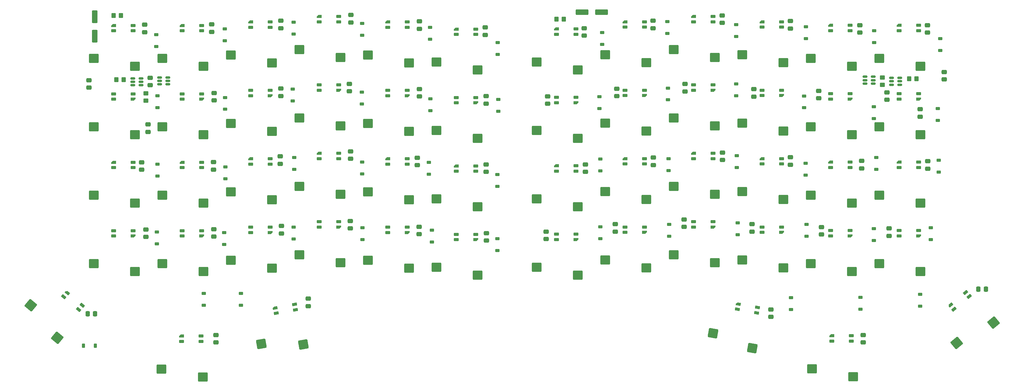
<source format=gbr>
%TF.GenerationSoftware,KiCad,Pcbnew,9.0.0*%
%TF.CreationDate,2026-01-24T15:45:23+11:00*%
%TF.ProjectId,Split Keyboard,53706c69-7420-44b6-9579-626f6172642e,rev?*%
%TF.SameCoordinates,Original*%
%TF.FileFunction,Paste,Bot*%
%TF.FilePolarity,Positive*%
%FSLAX46Y46*%
G04 Gerber Fmt 4.6, Leading zero omitted, Abs format (unit mm)*
G04 Created by KiCad (PCBNEW 9.0.0) date 2026-01-24 15:45:23*
%MOMM*%
%LPD*%
G01*
G04 APERTURE LIST*
G04 Aperture macros list*
%AMRoundRect*
0 Rectangle with rounded corners*
0 $1 Rounding radius*
0 $2 $3 $4 $5 $6 $7 $8 $9 X,Y pos of 4 corners*
0 Add a 4 corners polygon primitive as box body*
4,1,4,$2,$3,$4,$5,$6,$7,$8,$9,$2,$3,0*
0 Add four circle primitives for the rounded corners*
1,1,$1+$1,$2,$3*
1,1,$1+$1,$4,$5*
1,1,$1+$1,$6,$7*
1,1,$1+$1,$8,$9*
0 Add four rect primitives between the rounded corners*
20,1,$1+$1,$2,$3,$4,$5,0*
20,1,$1+$1,$4,$5,$6,$7,0*
20,1,$1+$1,$6,$7,$8,$9,0*
20,1,$1+$1,$8,$9,$2,$3,0*%
%AMFreePoly0*
4,1,18,-0.410000,0.593000,-0.403758,0.624380,-0.385983,0.650983,-0.359380,0.668758,-0.328000,0.675000,0.328000,0.675000,0.359380,0.668758,0.385983,0.650983,0.403758,0.624380,0.410000,0.593000,0.410000,-0.593000,0.403758,-0.624380,0.385983,-0.650983,0.359380,-0.668758,0.328000,-0.675000,0.000000,-0.675000,-0.410000,-0.265000,-0.410000,0.593000,-0.410000,0.593000,$1*%
G04 Aperture macros list end*
%ADD10RoundRect,0.250000X-0.475000X0.337500X-0.475000X-0.337500X0.475000X-0.337500X0.475000X0.337500X0*%
%ADD11RoundRect,0.260000X1.065000X1.040000X-1.065000X1.040000X-1.065000X-1.040000X1.065000X-1.040000X0*%
%ADD12RoundRect,0.150000X-0.512500X-0.150000X0.512500X-0.150000X0.512500X0.150000X-0.512500X0.150000X0*%
%ADD13RoundRect,0.082000X-0.593000X0.328000X-0.593000X-0.328000X0.593000X-0.328000X0.593000X0.328000X0*%
%ADD14FreePoly0,270.000000*%
%ADD15RoundRect,0.225000X-0.375000X0.225000X-0.375000X-0.225000X0.375000X-0.225000X0.375000X0.225000X0*%
%ADD16RoundRect,0.260000X0.868226X1.209135X-1.229414X0.839265X-0.868226X-1.209135X1.229414X-0.839265X0*%
%ADD17RoundRect,0.250000X0.475000X-0.337500X0.475000X0.337500X-0.475000X0.337500X-0.475000X-0.337500X0*%
%ADD18RoundRect,0.250000X0.337500X0.475000X-0.337500X0.475000X-0.337500X-0.475000X0.337500X-0.475000X0*%
%ADD19RoundRect,0.250000X0.450000X-0.350000X0.450000X0.350000X-0.450000X0.350000X-0.450000X-0.350000X0*%
%ADD20RoundRect,0.082000X0.593000X-0.328000X0.593000X0.328000X-0.593000X0.328000X-0.593000X-0.328000X0*%
%ADD21FreePoly0,90.000000*%
%ADD22RoundRect,0.225000X0.225000X0.375000X-0.225000X0.375000X-0.225000X-0.375000X0.225000X-0.375000X0*%
%ADD23RoundRect,0.260000X1.484336X0.112117X-0.147338X1.481255X-1.484336X-0.112117X0.147338X-1.481255X0*%
%ADD24RoundRect,0.082000X-0.527034X0.425990X-0.640948X-0.220044X0.527034X-0.425990X0.640948X0.220044X0*%
%ADD25FreePoly0,260.000000*%
%ADD26RoundRect,0.250000X0.550000X-1.500000X0.550000X1.500000X-0.550000X1.500000X-0.550000X-1.500000X0*%
%ADD27RoundRect,0.260000X1.229414X0.839265X-0.868226X1.209135X-1.229414X-0.839265X0.868226X-1.209135X0*%
%ADD28RoundRect,0.250000X0.350000X0.450000X-0.350000X0.450000X-0.350000X-0.450000X0.350000X-0.450000X0*%
%ADD29RoundRect,0.082000X-0.640948X0.220044X-0.527034X-0.425990X0.640948X-0.220044X0.527034X0.425990X0*%
%ADD30FreePoly0,280.000000*%
%ADD31RoundRect,0.260000X0.147338X1.481255X-1.484336X0.112117X-0.147338X-1.481255X1.484336X-0.112117X0*%
%ADD32RoundRect,0.250000X-0.350000X-0.450000X0.350000X-0.450000X0.350000X0.450000X-0.350000X0.450000X0*%
%ADD33RoundRect,0.082000X-0.243430X0.632436X-0.665099X0.129910X0.243430X-0.632436X0.665099X-0.129910X0*%
%ADD34FreePoly0,230.000000*%
%ADD35RoundRect,0.082000X-0.665099X-0.129910X-0.243430X-0.632436X0.665099X0.129910X0.243430X0.632436X0*%
%ADD36FreePoly0,310.000000*%
%ADD37RoundRect,0.250000X-1.500000X-0.550000X1.500000X-0.550000X1.500000X0.550000X-1.500000X0.550000X0*%
%ADD38RoundRect,0.150000X0.512500X0.150000X-0.512500X0.150000X-0.512500X-0.150000X0.512500X-0.150000X0*%
G04 APERTURE END LIST*
D10*
%TO.C,C30*%
X211570000Y-65850000D03*
X211570000Y-67925000D03*
%TD*%
D11*
%TO.C,SW31*%
X94092218Y-94400000D03*
X105582218Y-96600000D03*
%TD*%
D12*
%TO.C,U6*%
X270407500Y-45225000D03*
X270407500Y-44275000D03*
X270407500Y-43325000D03*
X272682500Y-43325000D03*
X272682500Y-44275000D03*
X272682500Y-45225000D03*
%TD*%
D13*
%TO.C,LED26*%
X86012218Y-68650000D03*
X86012218Y-67150000D03*
X80562218Y-68650000D03*
D14*
X80562218Y-67150000D03*
%TD*%
D15*
%TO.C,D8*%
X253945000Y-29450000D03*
X253945000Y-32750000D03*
%TD*%
D13*
%TO.C,LED3*%
X86012218Y-30550000D03*
X86012218Y-29050000D03*
X80562218Y-30550000D03*
D14*
X80562218Y-29050000D03*
%TD*%
D10*
%TO.C,C36*%
X89270000Y-67130000D03*
X89270000Y-69205000D03*
%TD*%
D15*
%TO.C,D12*%
X291320000Y-32675000D03*
X291320000Y-35975000D03*
%TD*%
D10*
%TO.C,C28*%
X249670000Y-65750000D03*
X249670000Y-67825000D03*
%TD*%
D11*
%TO.C,SW3*%
X132192218Y-37250000D03*
X143682218Y-39450000D03*
%TD*%
%TO.C,SW35*%
X55992218Y-95400000D03*
X67482218Y-97600000D03*
%TD*%
D10*
%TO.C,C42*%
X287870000Y-66850000D03*
X287870000Y-68925000D03*
%TD*%
%TO.C,C39*%
X269870000Y-115250000D03*
X269870000Y-117325000D03*
%TD*%
%TO.C,C61*%
X127460000Y-26142500D03*
X127460000Y-28217500D03*
%TD*%
%TO.C,C66*%
X230770000Y-64450000D03*
X230770000Y-66525000D03*
%TD*%
D15*
%TO.C,D21*%
X234620000Y-45300000D03*
X234620000Y-48600000D03*
%TD*%
D11*
%TO.C,SW45*%
X255300000Y-95375000D03*
X266790000Y-97575000D03*
%TD*%
D16*
%TO.C,SW53*%
X102614999Y-117679823D03*
X114312465Y-117851182D03*
%TD*%
D10*
%TO.C,C56*%
X269470000Y-66775000D03*
X269470000Y-68850000D03*
%TD*%
D11*
%TO.C,SW19*%
X179100000Y-58275000D03*
X190590000Y-60475000D03*
%TD*%
D10*
%TO.C,C25*%
X146550000Y-46745000D03*
X146550000Y-48820000D03*
%TD*%
D15*
%TO.C,D27*%
X150000000Y-86050000D03*
X150000000Y-89350000D03*
%TD*%
D17*
%TO.C,C41*%
X200970000Y-86450000D03*
X200970000Y-84375000D03*
%TD*%
%TO.C,C11*%
X146460000Y-87195000D03*
X146460000Y-85120000D03*
%TD*%
D11*
%TO.C,SW34*%
X75042218Y-76350000D03*
X86532218Y-78550000D03*
%TD*%
D15*
%TO.C,D19*%
X196570000Y-48900000D03*
X196570000Y-52200000D03*
%TD*%
D18*
%TO.C,C53*%
X304007500Y-102450000D03*
X301932500Y-102450000D03*
%TD*%
D15*
%TO.C,D52*%
X269170000Y-104800000D03*
X269170000Y-108100000D03*
%TD*%
D11*
%TO.C,SW12*%
X274350000Y-38225000D03*
X285840000Y-40425000D03*
%TD*%
D19*
%TO.C,R8*%
X275270000Y-45575000D03*
X275270000Y-43575000D03*
%TD*%
D11*
%TO.C,SW27*%
X132192218Y-94400000D03*
X143682218Y-96600000D03*
%TD*%
%TO.C,SW47*%
X274350000Y-95375000D03*
X285840000Y-97575000D03*
%TD*%
%TO.C,SW32*%
X94092218Y-75350000D03*
X105582218Y-77550000D03*
%TD*%
D20*
%TO.C,LED45*%
X222720000Y-83675000D03*
X222720000Y-85175000D03*
X228170000Y-83675000D03*
D21*
X228170000Y-85175000D03*
%TD*%
D20*
%TO.C,LED40*%
X118662218Y-83700000D03*
X118662218Y-85200000D03*
X124112218Y-83700000D03*
D21*
X124112218Y-85200000D03*
%TD*%
D15*
%TO.C,D23*%
X272820000Y-51700000D03*
X272820000Y-55000000D03*
%TD*%
%TO.C,D34*%
X92600000Y-68450000D03*
X92600000Y-71750000D03*
%TD*%
D10*
%TO.C,C49*%
X164840000Y-29615000D03*
X164840000Y-31690000D03*
%TD*%
D13*
%TO.C,LED9*%
X143162218Y-29550000D03*
X143162218Y-28050000D03*
X137712218Y-29550000D03*
D14*
X137712218Y-28050000D03*
%TD*%
D22*
%TO.C,D49*%
X56450000Y-118200000D03*
X53150000Y-118200000D03*
%TD*%
D20*
%TO.C,LED20*%
X203670000Y-47075000D03*
X203670000Y-48575000D03*
X209120000Y-47075000D03*
D21*
X209120000Y-48575000D03*
%TD*%
D20*
%TO.C,LED47*%
X260820000Y-86175000D03*
X260820000Y-87675000D03*
X266270000Y-86175000D03*
D21*
X266270000Y-87675000D03*
%TD*%
D11*
%TO.C,SW9*%
X75042218Y-38250000D03*
X86532218Y-40450000D03*
%TD*%
D10*
%TO.C,C51*%
X192670000Y-67750000D03*
X192670000Y-69825000D03*
%TD*%
D13*
%TO.C,LED1*%
X66962218Y-30550000D03*
X66962218Y-29050000D03*
X61512218Y-30550000D03*
D14*
X61512218Y-29050000D03*
%TD*%
D23*
%TO.C,SW49*%
X38473510Y-106972881D03*
X45861229Y-116043810D03*
%TD*%
D13*
%TO.C,LED36*%
X285320000Y-68625000D03*
X285320000Y-67125000D03*
X279870000Y-68625000D03*
D14*
X279870000Y-67125000D03*
%TD*%
D11*
%TO.C,SW17*%
X75042218Y-57300000D03*
X86532218Y-59500000D03*
%TD*%
D13*
%TO.C,LED7*%
X124112218Y-28050000D03*
X124112218Y-26550000D03*
X118662218Y-28050000D03*
D14*
X118662218Y-26550000D03*
%TD*%
D12*
%TO.C,U4*%
X277795000Y-45550000D03*
X277795000Y-44600000D03*
X277795000Y-43650000D03*
X280070000Y-43650000D03*
X280070000Y-44600000D03*
X280070000Y-45550000D03*
%TD*%
D15*
%TO.C,D42*%
X234720000Y-65350000D03*
X234720000Y-68650000D03*
%TD*%
D13*
%TO.C,LED32*%
X209120000Y-67625000D03*
X209120000Y-66125000D03*
X203670000Y-67625000D03*
D14*
X203670000Y-66125000D03*
%TD*%
D10*
%TO.C,C38*%
X127380000Y-64115000D03*
X127380000Y-66190000D03*
%TD*%
D15*
%TO.C,D30*%
X130600000Y-67050000D03*
X130600000Y-70350000D03*
%TD*%
%TO.C,D14*%
X149600000Y-49450000D03*
X149600000Y-52750000D03*
%TD*%
%TO.C,D26*%
X168200000Y-70550000D03*
X168200000Y-73850000D03*
%TD*%
D24*
%TO.C,LED58*%
X240276730Y-109048594D03*
X240537202Y-107571382D03*
X234909528Y-108102212D03*
D25*
X235170000Y-106625000D03*
%TD*%
D17*
%TO.C,C27*%
X181770000Y-88550000D03*
X181770000Y-86475000D03*
%TD*%
D11*
%TO.C,SW29*%
X113142218Y-92900000D03*
X124632218Y-95100000D03*
%TD*%
D13*
%TO.C,LED25*%
X66962218Y-68650000D03*
X66962218Y-67150000D03*
X61512218Y-68650000D03*
D14*
X61512218Y-67150000D03*
%TD*%
D11*
%TO.C,SW44*%
X236250000Y-75325000D03*
X247740000Y-77525000D03*
%TD*%
D26*
%TO.C,C57*%
X56320000Y-32050000D03*
X56320000Y-26650000D03*
%TD*%
D10*
%TO.C,C2*%
X276495000Y-47675000D03*
X276495000Y-49750000D03*
%TD*%
%TO.C,C32*%
X230670000Y-26250000D03*
X230670000Y-28325000D03*
%TD*%
D13*
%TO.C,LED11*%
X162212218Y-31550000D03*
X162212218Y-30050000D03*
X156762218Y-31550000D03*
D14*
X156762218Y-30050000D03*
%TD*%
D27*
%TO.C,SW54*%
X228135290Y-114729760D03*
X239068706Y-118891552D03*
%TD*%
D11*
%TO.C,SW14*%
X132192218Y-56300000D03*
X143682218Y-58500000D03*
%TD*%
D20*
%TO.C,LED44*%
X203670000Y-85175000D03*
X203670000Y-86675000D03*
X209120000Y-85175000D03*
D21*
X209120000Y-86675000D03*
%TD*%
D11*
%TO.C,SW4*%
X198150000Y-37225000D03*
X209640000Y-39425000D03*
%TD*%
D17*
%TO.C,C15*%
X165140000Y-88957500D03*
X165140000Y-86882500D03*
%TD*%
D11*
%TO.C,SW1*%
X151242218Y-39250000D03*
X162732218Y-41450000D03*
%TD*%
D15*
%TO.C,D44*%
X253895000Y-67400000D03*
X253895000Y-70700000D03*
%TD*%
D10*
%TO.C,C9*%
X70200000Y-28852500D03*
X70200000Y-30927500D03*
%TD*%
D15*
%TO.C,D15*%
X130500000Y-47650000D03*
X130500000Y-50950000D03*
%TD*%
D11*
%TO.C,SW18*%
X55992218Y-57300000D03*
X67482218Y-59500000D03*
%TD*%
D17*
%TO.C,C22*%
X89480000Y-49940000D03*
X89480000Y-47865000D03*
%TD*%
%TO.C,C67*%
X239470000Y-48850000D03*
X239470000Y-46775000D03*
%TD*%
D15*
%TO.C,D22*%
X253495000Y-48675000D03*
X253495000Y-51975000D03*
%TD*%
D20*
%TO.C,LED48*%
X279870000Y-86175000D03*
X279870000Y-87675000D03*
X285320000Y-86175000D03*
D21*
X285320000Y-87675000D03*
%TD*%
D11*
%TO.C,SW13*%
X151242218Y-58300000D03*
X162732218Y-60500000D03*
%TD*%
D28*
%TO.C,R6*%
X284695000Y-43875000D03*
X282695000Y-43875000D03*
%TD*%
D11*
%TO.C,SW26*%
X151242218Y-77350000D03*
X162732218Y-79550000D03*
%TD*%
D15*
%TO.C,D51*%
X86600000Y-103700000D03*
X86600000Y-107000000D03*
%TD*%
%TO.C,D39*%
X215995000Y-84475000D03*
X215995000Y-87775000D03*
%TD*%
D13*
%TO.C,LED28*%
X124112218Y-66150000D03*
X124112218Y-64650000D03*
X118662218Y-66150000D03*
D14*
X118662218Y-64650000D03*
%TD*%
D10*
%TO.C,C68*%
X192370000Y-29812500D03*
X192370000Y-31887500D03*
%TD*%
%TO.C,C60*%
X107990000Y-27752500D03*
X107990000Y-29827500D03*
%TD*%
D15*
%TO.C,D37*%
X196795000Y-85100000D03*
X196795000Y-88400000D03*
%TD*%
%TO.C,D33*%
X92300000Y-86750000D03*
X92300000Y-90050000D03*
%TD*%
D17*
%TO.C,C20*%
X258270000Y-87250000D03*
X258270000Y-85175000D03*
%TD*%
D29*
%TO.C,LED54*%
X112073837Y-108225415D03*
X111813365Y-106748203D03*
X106706635Y-109171797D03*
D30*
X106446163Y-107694585D03*
%TD*%
D15*
%TO.C,D24*%
X290670000Y-52200000D03*
X290670000Y-55500000D03*
%TD*%
D11*
%TO.C,SW43*%
X236250000Y-94375000D03*
X247740000Y-96575000D03*
%TD*%
D10*
%TO.C,C52*%
X211470000Y-27750000D03*
X211470000Y-29825000D03*
%TD*%
D15*
%TO.C,D50*%
X285770000Y-103900000D03*
X285770000Y-107200000D03*
%TD*%
%TO.C,D31*%
X111600000Y-85250000D03*
X111600000Y-88550000D03*
%TD*%
D10*
%TO.C,C3*%
X54670000Y-44292500D03*
X54670000Y-46367500D03*
%TD*%
D15*
%TO.C,D54*%
X249870000Y-104825000D03*
X249870000Y-108125000D03*
%TD*%
D31*
%TO.C,SW50*%
X295884186Y-117485846D03*
X306100169Y-111785514D03*
%TD*%
D13*
%TO.C,LED6*%
X228170000Y-28025000D03*
X228170000Y-26525000D03*
X222720000Y-28025000D03*
D14*
X222720000Y-26525000D03*
%TD*%
D28*
%TO.C,R14*%
X186670000Y-27275000D03*
X184670000Y-27275000D03*
%TD*%
D13*
%TO.C,LED33*%
X228170000Y-66125000D03*
X228170000Y-64625000D03*
X222720000Y-66125000D03*
D14*
X222720000Y-64625000D03*
%TD*%
D10*
%TO.C,C23*%
X69350000Y-67160000D03*
X69350000Y-69235000D03*
%TD*%
D11*
%TO.C,SW41*%
X217200000Y-92875000D03*
X228690000Y-95075000D03*
%TD*%
D15*
%TO.C,D53*%
X96900000Y-103700000D03*
X96900000Y-107000000D03*
%TD*%
D20*
%TO.C,LED43*%
X184620000Y-87175000D03*
X184620000Y-88675000D03*
X190070000Y-87175000D03*
D21*
X190070000Y-88675000D03*
%TD*%
D11*
%TO.C,SW25*%
X151242218Y-96400000D03*
X162732218Y-98600000D03*
%TD*%
D15*
%TO.C,D40*%
X215820000Y-66150000D03*
X215820000Y-69450000D03*
%TD*%
D11*
%TO.C,SW36*%
X55992218Y-76350000D03*
X67482218Y-78550000D03*
%TD*%
D17*
%TO.C,C29*%
X257570000Y-49350000D03*
X257570000Y-47275000D03*
%TD*%
D18*
%TO.C,C34*%
X56370000Y-109350000D03*
X54295000Y-109350000D03*
%TD*%
D20*
%TO.C,LED21*%
X222720000Y-45575000D03*
X222720000Y-47075000D03*
X228170000Y-45575000D03*
D21*
X228170000Y-47075000D03*
%TD*%
D15*
%TO.C,D35*%
X73530000Y-86570000D03*
X73530000Y-89870000D03*
%TD*%
%TO.C,D43*%
X254145000Y-84450000D03*
X254145000Y-87750000D03*
%TD*%
D17*
%TO.C,C55*%
X220070000Y-85150000D03*
X220070000Y-83075000D03*
%TD*%
D11*
%TO.C,SW42*%
X217200000Y-73825000D03*
X228690000Y-76025000D03*
%TD*%
%TO.C,SW7*%
X217200000Y-35725000D03*
X228690000Y-37925000D03*
%TD*%
%TO.C,SW52*%
X255644769Y-124663395D03*
X267134768Y-126863395D03*
%TD*%
D10*
%TO.C,C14*%
X268970000Y-28950000D03*
X268970000Y-31025000D03*
%TD*%
D11*
%TO.C,SW37*%
X179100000Y-96375000D03*
X190590000Y-98575000D03*
%TD*%
%TO.C,SW24*%
X274350000Y-57275000D03*
X285840000Y-59475000D03*
%TD*%
%TO.C,SW20*%
X198150000Y-56275000D03*
X209640000Y-58475000D03*
%TD*%
D10*
%TO.C,C16*%
X249670000Y-27812500D03*
X249670000Y-29887500D03*
%TD*%
D15*
%TO.C,D13*%
X168500000Y-49650000D03*
X168500000Y-52950000D03*
%TD*%
D20*
%TO.C,LED46*%
X241770000Y-85175000D03*
X241770000Y-86675000D03*
X247220000Y-85175000D03*
D21*
X247220000Y-86675000D03*
%TD*%
D10*
%TO.C,C33*%
X115610000Y-105115000D03*
X115610000Y-107190000D03*
%TD*%
D15*
%TO.C,D48*%
X290870000Y-66600000D03*
X290870000Y-69900000D03*
%TD*%
D20*
%TO.C,LED37*%
X61512218Y-86200000D03*
X61512218Y-87700000D03*
X66962218Y-86200000D03*
D21*
X66962218Y-87700000D03*
%TD*%
D20*
%TO.C,LED17*%
X137712218Y-47100000D03*
X137712218Y-48600000D03*
X143162218Y-47100000D03*
D21*
X143162218Y-48600000D03*
%TD*%
D15*
%TO.C,D6*%
X111600000Y-28150000D03*
X111600000Y-31450000D03*
%TD*%
D20*
%TO.C,LED24*%
X279870000Y-48075000D03*
X279870000Y-49575000D03*
X285320000Y-48075000D03*
D21*
X285320000Y-49575000D03*
%TD*%
D15*
%TO.C,D47*%
X288670000Y-85400000D03*
X288670000Y-88700000D03*
%TD*%
D17*
%TO.C,C45*%
X108180000Y-86975000D03*
X108180000Y-84900000D03*
%TD*%
D11*
%TO.C,SW11*%
X255300000Y-38225000D03*
X266790000Y-40425000D03*
%TD*%
D20*
%TO.C,LED42*%
X156762218Y-87200000D03*
X156762218Y-88700000D03*
X162212218Y-87200000D03*
D21*
X162212218Y-88700000D03*
%TD*%
D13*
%TO.C,LED2*%
X190070000Y-31525000D03*
X190070000Y-30025000D03*
X184620000Y-31525000D03*
D14*
X184620000Y-30025000D03*
%TD*%
D13*
%TO.C,LED30*%
X162212218Y-69650000D03*
X162212218Y-68150000D03*
X156762218Y-69650000D03*
D14*
X156762218Y-68150000D03*
%TD*%
D15*
%TO.C,D5*%
X130600000Y-28450000D03*
X130600000Y-31750000D03*
%TD*%
D10*
%TO.C,C50*%
X146560000Y-27920000D03*
X146560000Y-29995000D03*
%TD*%
D13*
%TO.C,LED35*%
X266270000Y-68625000D03*
X266270000Y-67125000D03*
X260820000Y-68625000D03*
D14*
X260820000Y-67125000D03*
%TD*%
D13*
%TO.C,LED10*%
X266270000Y-30525000D03*
X266270000Y-29025000D03*
X260820000Y-30525000D03*
D14*
X260820000Y-29025000D03*
%TD*%
D17*
%TO.C,C43*%
X285770000Y-54450000D03*
X285770000Y-52375000D03*
%TD*%
D32*
%TO.C,R5*%
X62300000Y-44170000D03*
X64300000Y-44170000D03*
%TD*%
D15*
%TO.C,D38*%
X196845000Y-66250000D03*
X196845000Y-69550000D03*
%TD*%
D11*
%TO.C,SW6*%
X94092218Y-37250000D03*
X105582218Y-39450000D03*
%TD*%
%TO.C,SW2*%
X179100000Y-39225000D03*
X190590000Y-41425000D03*
%TD*%
D20*
%TO.C,LED39*%
X99612218Y-85240000D03*
X99612218Y-86740000D03*
X105062218Y-85240000D03*
D21*
X105062218Y-86740000D03*
%TD*%
D19*
%TO.C,R7*%
X70510000Y-49970000D03*
X70510000Y-47970000D03*
%TD*%
D13*
%TO.C,LED31*%
X190070000Y-69625000D03*
X190070000Y-68125000D03*
X184620000Y-69625000D03*
D14*
X184620000Y-68125000D03*
%TD*%
D15*
%TO.C,D3*%
X149500000Y-29550000D03*
X149500000Y-32850000D03*
%TD*%
D10*
%TO.C,C24*%
X107830000Y-65490000D03*
X107830000Y-67565000D03*
%TD*%
D11*
%TO.C,SW22*%
X236250000Y-56275000D03*
X247740000Y-58475000D03*
%TD*%
D33*
%TO.C,LED52*%
X51835381Y-108116130D03*
X52799562Y-106967062D03*
X47660438Y-104612938D03*
D34*
X48624619Y-103463870D03*
%TD*%
D15*
%TO.C,D20*%
X215595000Y-46475000D03*
X215595000Y-49775000D03*
%TD*%
D11*
%TO.C,SW51*%
X74855000Y-124750000D03*
X86345000Y-126950000D03*
%TD*%
D13*
%TO.C,LED29*%
X143162218Y-67650000D03*
X143162218Y-66150000D03*
X137712218Y-67650000D03*
D14*
X137712218Y-66150000D03*
%TD*%
D11*
%TO.C,SW30*%
X113142218Y-73850000D03*
X124632218Y-76050000D03*
%TD*%
%TO.C,SW5*%
X113142218Y-35750000D03*
X124632218Y-37950000D03*
%TD*%
D35*
%TO.C,LED60*%
X299334124Y-104545876D03*
X298369943Y-103396808D03*
X295159181Y-108049068D03*
D36*
X294195000Y-106900000D03*
%TD*%
D15*
%TO.C,D2*%
X197320000Y-31000000D03*
X197320000Y-34300000D03*
%TD*%
D11*
%TO.C,SW39*%
X198150000Y-94375000D03*
X209640000Y-96575000D03*
%TD*%
%TO.C,SW40*%
X198150000Y-75325000D03*
X209640000Y-77525000D03*
%TD*%
D20*
%TO.C,LED38*%
X80562218Y-86200000D03*
X80562218Y-87700000D03*
X86012218Y-86200000D03*
D21*
X86012218Y-87700000D03*
%TD*%
D32*
%TO.C,R13*%
X61540000Y-26320000D03*
X63540000Y-26320000D03*
%TD*%
D13*
%TO.C,LED5*%
X105062218Y-29550000D03*
X105062218Y-28050000D03*
X99612218Y-29550000D03*
D14*
X99612218Y-28050000D03*
%TD*%
D10*
%TO.C,C17*%
X89940000Y-115235000D03*
X89940000Y-117310000D03*
%TD*%
D11*
%TO.C,SW8*%
X236250000Y-37225000D03*
X247740000Y-39425000D03*
%TD*%
D17*
%TO.C,C1*%
X71700000Y-45705000D03*
X71700000Y-43630000D03*
%TD*%
%TO.C,C44*%
X220370000Y-47425000D03*
X220370000Y-45350000D03*
%TD*%
D11*
%TO.C,SW28*%
X132192218Y-75350000D03*
X143682218Y-77550000D03*
%TD*%
D15*
%TO.C,D4*%
X215470000Y-28000000D03*
X215470000Y-31300000D03*
%TD*%
D20*
%TO.C,LED23*%
X260820000Y-48075000D03*
X260820000Y-49575000D03*
X266270000Y-48075000D03*
D21*
X266270000Y-49575000D03*
%TD*%
D15*
%TO.C,D9*%
X92400000Y-30000000D03*
X92400000Y-33300000D03*
%TD*%
D13*
%TO.C,LED34*%
X247220000Y-67625000D03*
X247220000Y-66125000D03*
X241770000Y-67625000D03*
D14*
X241770000Y-66125000D03*
%TD*%
D13*
%TO.C,LED8*%
X247220000Y-29525000D03*
X247220000Y-28025000D03*
X241770000Y-29525000D03*
D14*
X241770000Y-28025000D03*
%TD*%
D15*
%TO.C,D36*%
X73760000Y-67692500D03*
X73760000Y-70992500D03*
%TD*%
%TO.C,D7*%
X234620000Y-28850000D03*
X234620000Y-32150000D03*
%TD*%
D20*
%TO.C,LED41*%
X137712218Y-85200000D03*
X137712218Y-86700000D03*
X143162218Y-85200000D03*
D21*
X143162218Y-86700000D03*
%TD*%
D10*
%TO.C,C13*%
X145950000Y-65882500D03*
X145950000Y-67957500D03*
%TD*%
D11*
%TO.C,SW21*%
X217200000Y-54775000D03*
X228690000Y-56975000D03*
%TD*%
D13*
%TO.C,LED4*%
X209120000Y-29525000D03*
X209120000Y-28025000D03*
X203670000Y-29525000D03*
D14*
X203670000Y-28025000D03*
%TD*%
D10*
%TO.C,C26*%
X127290000Y-83500000D03*
X127290000Y-85575000D03*
%TD*%
D17*
%TO.C,C19*%
X71140000Y-58670000D03*
X71140000Y-56595000D03*
%TD*%
D15*
%TO.C,D18*%
X73700000Y-48650000D03*
X73700000Y-51950000D03*
%TD*%
%TO.C,D41*%
X235020000Y-84025000D03*
X235020000Y-87325000D03*
%TD*%
%TO.C,D29*%
X130700000Y-85400000D03*
X130700000Y-88700000D03*
%TD*%
D11*
%TO.C,SW23*%
X255300000Y-57275000D03*
X266790000Y-59475000D03*
%TD*%
D20*
%TO.C,LED15*%
X99612218Y-47100000D03*
X99612218Y-48600000D03*
X105062218Y-47100000D03*
D21*
X105062218Y-48600000D03*
%TD*%
D15*
%TO.C,D10*%
X73400000Y-31600000D03*
X73400000Y-34900000D03*
%TD*%
D17*
%TO.C,C21*%
X70470000Y-87960000D03*
X70470000Y-85885000D03*
%TD*%
%TO.C,C54*%
X238970000Y-86450000D03*
X238970000Y-84375000D03*
%TD*%
D11*
%TO.C,SW46*%
X255300000Y-76325000D03*
X266790000Y-78525000D03*
%TD*%
%TO.C,SW48*%
X274350000Y-76325000D03*
X285840000Y-78525000D03*
%TD*%
D15*
%TO.C,D32*%
X111700000Y-65850000D03*
X111700000Y-69150000D03*
%TD*%
D10*
%TO.C,C62*%
X88820000Y-28755000D03*
X88820000Y-30830000D03*
%TD*%
D11*
%TO.C,SW10*%
X55992218Y-38250000D03*
X67482218Y-40450000D03*
%TD*%
%TO.C,SW33*%
X75042218Y-95400000D03*
X86532218Y-97600000D03*
%TD*%
D10*
%TO.C,C46*%
X127060000Y-45325000D03*
X127060000Y-47400000D03*
%TD*%
D15*
%TO.C,D16*%
X111300000Y-46750000D03*
X111300000Y-50050000D03*
%TD*%
D11*
%TO.C,SW16*%
X94092218Y-56300000D03*
X105582218Y-58500000D03*
%TD*%
D17*
%TO.C,C10*%
X182170000Y-50850000D03*
X182170000Y-48775000D03*
%TD*%
D37*
%TO.C,C58*%
X191745000Y-25325000D03*
X197145000Y-25325000D03*
%TD*%
D10*
%TO.C,C18*%
X244270000Y-108150000D03*
X244270000Y-110225000D03*
%TD*%
D17*
%TO.C,C37*%
X107980000Y-48695000D03*
X107980000Y-46620000D03*
%TD*%
D11*
%TO.C,SW38*%
X179100000Y-77325000D03*
X190590000Y-79525000D03*
%TD*%
D17*
%TO.C,C4*%
X292445000Y-44087500D03*
X292445000Y-42012500D03*
%TD*%
D15*
%TO.C,D1*%
X168300000Y-33850000D03*
X168300000Y-37150000D03*
%TD*%
D10*
%TO.C,C47*%
X165040000Y-48742500D03*
X165040000Y-50817500D03*
%TD*%
D13*
%TO.C,LED27*%
X105062218Y-67690000D03*
X105062218Y-66190000D03*
X99612218Y-67690000D03*
D14*
X99612218Y-66190000D03*
%TD*%
D17*
%TO.C,C40*%
X277070000Y-87625000D03*
X277070000Y-85550000D03*
%TD*%
D38*
%TO.C,U3*%
X69140000Y-43780000D03*
X69140000Y-44730000D03*
X69140000Y-45680000D03*
X66865000Y-45680000D03*
X66865000Y-44730000D03*
X66865000Y-43780000D03*
%TD*%
D15*
%TO.C,D17*%
X92500000Y-49100000D03*
X92500000Y-52400000D03*
%TD*%
%TO.C,D25*%
X168200000Y-88400000D03*
X168200000Y-91700000D03*
%TD*%
D13*
%TO.C,LED59*%
X266614769Y-116963395D03*
X266614769Y-115463395D03*
X261164769Y-116963395D03*
D14*
X261164769Y-115463395D03*
%TD*%
D10*
%TO.C,C48*%
X165060000Y-67765000D03*
X165060000Y-69840000D03*
%TD*%
D20*
%TO.C,LED19*%
X184620000Y-49075000D03*
X184620000Y-50575000D03*
X190070000Y-49075000D03*
D21*
X190070000Y-50575000D03*
%TD*%
D20*
%TO.C,LED16*%
X118662218Y-45600000D03*
X118662218Y-47100000D03*
X124112218Y-45600000D03*
D21*
X124112218Y-47100000D03*
%TD*%
D17*
%TO.C,C31*%
X201370000Y-48750000D03*
X201370000Y-46675000D03*
%TD*%
D13*
%TO.C,LED12*%
X285320000Y-30525000D03*
X285320000Y-29025000D03*
X279870000Y-30525000D03*
D14*
X279870000Y-29025000D03*
%TD*%
D20*
%TO.C,LED22*%
X241770000Y-47075000D03*
X241770000Y-48575000D03*
X247220000Y-47075000D03*
D21*
X247220000Y-48575000D03*
%TD*%
D13*
%TO.C,LED53*%
X85825000Y-117050000D03*
X85825000Y-115550000D03*
X80375000Y-117050000D03*
D14*
X80375000Y-115550000D03*
%TD*%
D38*
%TO.C,U5*%
X76577500Y-43520000D03*
X76577500Y-44470000D03*
X76577500Y-45420000D03*
X74302500Y-45420000D03*
X74302500Y-44470000D03*
X74302500Y-43520000D03*
%TD*%
D15*
%TO.C,D28*%
X149200000Y-67150000D03*
X149200000Y-70450000D03*
%TD*%
D10*
%TO.C,C12*%
X287770000Y-28950000D03*
X287770000Y-31025000D03*
%TD*%
D15*
%TO.C,D46*%
X273545000Y-65825000D03*
X273545000Y-69125000D03*
%TD*%
%TO.C,D11*%
X272920000Y-30475000D03*
X272920000Y-33775000D03*
%TD*%
D20*
%TO.C,LED14*%
X80562218Y-48100000D03*
X80562218Y-49600000D03*
X86012218Y-48100000D03*
D21*
X86012218Y-49600000D03*
%TD*%
D11*
%TO.C,SW15*%
X113142218Y-54800000D03*
X124632218Y-57000000D03*
%TD*%
D20*
%TO.C,LED13*%
X61512218Y-48100000D03*
X61512218Y-49600000D03*
X66962218Y-48100000D03*
D21*
X66962218Y-49600000D03*
%TD*%
D17*
%TO.C,C35*%
X89350000Y-87845000D03*
X89350000Y-85770000D03*
%TD*%
D15*
%TO.C,D45*%
X272895000Y-85650000D03*
X272895000Y-88950000D03*
%TD*%
D20*
%TO.C,LED18*%
X156762218Y-49100000D03*
X156762218Y-50600000D03*
X162212218Y-49100000D03*
D21*
X162212218Y-50600000D03*
%TD*%
M02*

</source>
